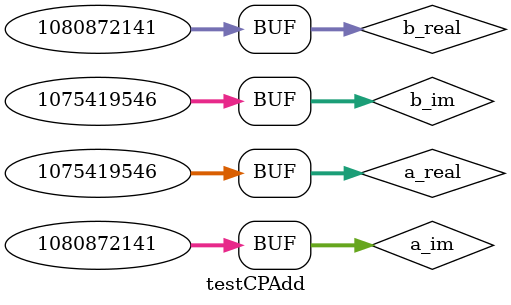
<source format=v>
module complexAdder (
    input wire signed [31:0] a_real,
    input wire signed [31:0] a_im,
    
    input wire signed [31:0] b_real,
    input wire signed [31:0] b_im,

    
    output wire signed [31:0] c_real,
    output wire signed [31:0] c_im
);

realAdder32 s_real(a_real, b_real, c_real);
realAdder32 s_im(a_im, b_im, c_im);

endmodule

module testCPAdd;

reg signed [31:0] a_real, b_real, a_im, b_im ;
wire signed [31:0]  c_real, c_im;

complexAdder a1(a_real, a_im, b_real, b_im, c_real, c_im);

    
initial begin
    a_real = 32'b01000000000110011001100110011010;
    b_real  = 32'b01000000011011001100110011001101;
    a_im  = 32'b01000000011011001100110011001101;
    b_im = 32'b01000000000110011001100110011010;
end

initial begin
    $monitor("c= %b + %b i ", c_real, c_im);
end

endmodule
</source>
